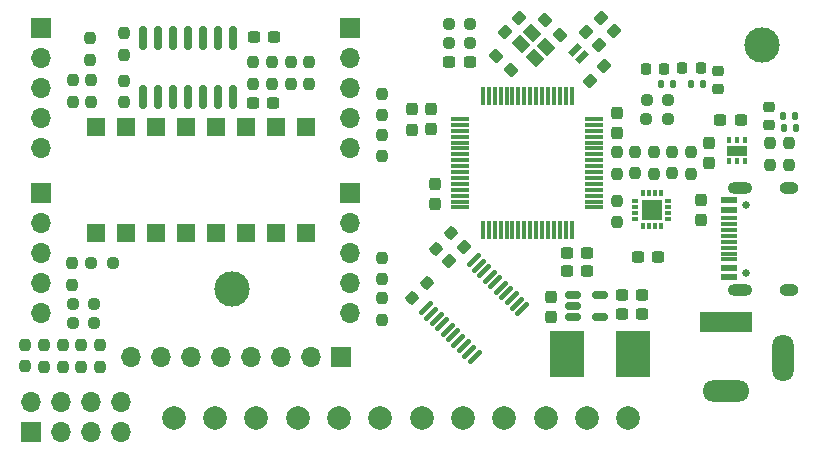
<source format=gts>
G04 #@! TF.GenerationSoftware,KiCad,Pcbnew,7.0.2-0*
G04 #@! TF.CreationDate,2023-05-18T00:20:32-05:00*
G04 #@! TF.ProjectId,spudglo_driver_v4p3,73707564-676c-46f5-9f64-72697665725f,rev?*
G04 #@! TF.SameCoordinates,Original*
G04 #@! TF.FileFunction,Soldermask,Top*
G04 #@! TF.FilePolarity,Negative*
%FSLAX46Y46*%
G04 Gerber Fmt 4.6, Leading zero omitted, Abs format (unit mm)*
G04 Created by KiCad (PCBNEW 7.0.2-0) date 2023-05-18 00:20:32*
%MOMM*%
%LPD*%
G01*
G04 APERTURE LIST*
G04 Aperture macros list*
%AMRoundRect*
0 Rectangle with rounded corners*
0 $1 Rounding radius*
0 $2 $3 $4 $5 $6 $7 $8 $9 X,Y pos of 4 corners*
0 Add a 4 corners polygon primitive as box body*
4,1,4,$2,$3,$4,$5,$6,$7,$8,$9,$2,$3,0*
0 Add four circle primitives for the rounded corners*
1,1,$1+$1,$2,$3*
1,1,$1+$1,$4,$5*
1,1,$1+$1,$6,$7*
1,1,$1+$1,$8,$9*
0 Add four rect primitives between the rounded corners*
20,1,$1+$1,$2,$3,$4,$5,0*
20,1,$1+$1,$4,$5,$6,$7,0*
20,1,$1+$1,$6,$7,$8,$9,0*
20,1,$1+$1,$8,$9,$2,$3,0*%
%AMRotRect*
0 Rectangle, with rotation*
0 The origin of the aperture is its center*
0 $1 length*
0 $2 width*
0 $3 Rotation angle, in degrees counterclockwise*
0 Add horizontal line*
21,1,$1,$2,0,0,$3*%
G04 Aperture macros list end*
%ADD10RoundRect,0.218750X-0.256250X0.218750X-0.256250X-0.218750X0.256250X-0.218750X0.256250X0.218750X0*%
%ADD11RoundRect,0.218750X0.256250X-0.218750X0.256250X0.218750X-0.256250X0.218750X-0.256250X-0.218750X0*%
%ADD12RoundRect,0.135000X-0.135000X-0.185000X0.135000X-0.185000X0.135000X0.185000X-0.135000X0.185000X0*%
%ADD13RoundRect,0.218750X0.218750X0.256250X-0.218750X0.256250X-0.218750X-0.256250X0.218750X-0.256250X0*%
%ADD14RoundRect,0.237500X-0.237500X0.250000X-0.237500X-0.250000X0.237500X-0.250000X0.237500X0.250000X0*%
%ADD15RoundRect,0.237500X0.250000X0.237500X-0.250000X0.237500X-0.250000X-0.237500X0.250000X-0.237500X0*%
%ADD16RoundRect,0.237500X-0.237500X0.300000X-0.237500X-0.300000X0.237500X-0.300000X0.237500X0.300000X0*%
%ADD17R,1.700000X1.700000*%
%ADD18O,1.700000X1.700000*%
%ADD19RotRect,0.575000X1.140000X135.000000*%
%ADD20RoundRect,0.075000X-0.075000X0.700000X-0.075000X-0.700000X0.075000X-0.700000X0.075000X0.700000X0*%
%ADD21RoundRect,0.075000X-0.700000X0.075000X-0.700000X-0.075000X0.700000X-0.075000X0.700000X0.075000X0*%
%ADD22RoundRect,0.237500X-0.300000X-0.237500X0.300000X-0.237500X0.300000X0.237500X-0.300000X0.237500X0*%
%ADD23RoundRect,0.237500X0.237500X-0.250000X0.237500X0.250000X-0.237500X0.250000X-0.237500X-0.250000X0*%
%ADD24RoundRect,0.237500X0.300000X0.237500X-0.300000X0.237500X-0.300000X-0.237500X0.300000X-0.237500X0*%
%ADD25R,1.500000X1.500000*%
%ADD26RoundRect,0.237500X-0.008839X-0.344715X0.344715X0.008839X0.008839X0.344715X-0.344715X-0.008839X0*%
%ADD27R,3.000000X4.000000*%
%ADD28RotRect,1.000000X1.200000X45.000000*%
%ADD29RoundRect,0.237500X0.237500X-0.300000X0.237500X0.300000X-0.237500X0.300000X-0.237500X-0.300000X0*%
%ADD30RoundRect,0.237500X-0.250000X-0.237500X0.250000X-0.237500X0.250000X0.237500X-0.250000X0.237500X0*%
%ADD31RoundRect,0.237500X-0.044194X-0.380070X0.380070X0.044194X0.044194X0.380070X-0.380070X-0.044194X0*%
%ADD32C,2.000000*%
%ADD33RoundRect,0.150000X-0.512500X-0.150000X0.512500X-0.150000X0.512500X0.150000X-0.512500X0.150000X0*%
%ADD34RoundRect,0.237500X-0.380070X0.044194X0.044194X-0.380070X0.380070X-0.044194X-0.044194X0.380070X0*%
%ADD35C,3.000000*%
%ADD36R,4.400000X1.800000*%
%ADD37O,4.000000X1.800000*%
%ADD38O,1.800000X4.000000*%
%ADD39C,0.650000*%
%ADD40R,1.450000X0.600000*%
%ADD41R,1.450000X0.300000*%
%ADD42O,2.100000X1.000000*%
%ADD43O,1.600000X1.000000*%
%ADD44R,0.625000X0.300000*%
%ADD45R,0.300000X0.625000*%
%ADD46RoundRect,0.237500X0.380070X-0.044194X-0.044194X0.380070X-0.380070X0.044194X0.044194X-0.380070X0*%
%ADD47R,0.400000X0.470000*%
%ADD48R,1.700000X0.950000*%
%ADD49RoundRect,0.100000X0.380070X0.521491X-0.521491X-0.380070X-0.380070X-0.521491X0.521491X0.380070X0*%
%ADD50RoundRect,0.150000X-0.150000X0.825000X-0.150000X-0.825000X0.150000X-0.825000X0.150000X0.825000X0*%
G04 APERTURE END LIST*
D10*
X258240000Y-53652500D03*
X258240000Y-55227500D03*
D11*
X262510000Y-58267500D03*
X262510000Y-56692500D03*
D12*
X255930000Y-54770000D03*
X256950000Y-54770000D03*
X253420000Y-54800000D03*
X254440000Y-54800000D03*
D13*
X253667500Y-53510000D03*
X252092500Y-53510000D03*
X256755000Y-53450000D03*
X255180000Y-53450000D03*
D14*
X205920000Y-76877500D03*
X205920000Y-78702500D03*
D15*
X206955000Y-69950000D03*
X205130000Y-69950000D03*
D16*
X244100000Y-72797500D03*
X244100000Y-74522500D03*
D17*
X200914000Y-64008000D03*
D18*
X200914000Y-66548000D03*
X200914000Y-69088000D03*
X200914000Y-71628000D03*
X200914000Y-74168000D03*
D19*
X246691682Y-52471682D03*
X246108318Y-51888318D03*
D20*
X245812000Y-55793000D03*
X245312000Y-55793000D03*
X244812000Y-55793000D03*
X244312000Y-55793000D03*
X243812000Y-55793000D03*
X243312000Y-55793000D03*
X242812000Y-55793000D03*
X242312000Y-55793000D03*
X241812000Y-55793000D03*
X241312000Y-55793000D03*
X240812000Y-55793000D03*
X240312000Y-55793000D03*
X239812000Y-55793000D03*
X239312000Y-55793000D03*
X238812000Y-55793000D03*
X238312000Y-55793000D03*
D21*
X236387000Y-57718000D03*
X236387000Y-58218000D03*
X236387000Y-58718000D03*
X236387000Y-59218000D03*
X236387000Y-59718000D03*
X236387000Y-60218000D03*
X236387000Y-60718000D03*
X236387000Y-61218000D03*
X236387000Y-61718000D03*
X236387000Y-62218000D03*
X236387000Y-62718000D03*
X236387000Y-63218000D03*
X236387000Y-63718000D03*
X236387000Y-64218000D03*
X236387000Y-64718000D03*
X236387000Y-65218000D03*
D20*
X238312000Y-67143000D03*
X238812000Y-67143000D03*
X239312000Y-67143000D03*
X239812000Y-67143000D03*
X240312000Y-67143000D03*
X240812000Y-67143000D03*
X241312000Y-67143000D03*
X241812000Y-67143000D03*
X242312000Y-67143000D03*
X242812000Y-67143000D03*
X243312000Y-67143000D03*
X243812000Y-67143000D03*
X244312000Y-67143000D03*
X244812000Y-67143000D03*
X245312000Y-67143000D03*
X245812000Y-67143000D03*
D21*
X247737000Y-65218000D03*
X247737000Y-64718000D03*
X247737000Y-64218000D03*
X247737000Y-63718000D03*
X247737000Y-63218000D03*
X247737000Y-62718000D03*
X247737000Y-62218000D03*
X247737000Y-61718000D03*
X247737000Y-61218000D03*
X247737000Y-60718000D03*
X247737000Y-60218000D03*
X247737000Y-59718000D03*
X247737000Y-59218000D03*
X247737000Y-58718000D03*
X247737000Y-58218000D03*
X247737000Y-57718000D03*
D22*
X218907500Y-50760000D03*
X220632500Y-50760000D03*
D23*
X205090000Y-56260000D03*
X205090000Y-54435000D03*
D24*
X237202500Y-52870000D03*
X235477500Y-52870000D03*
D17*
X226310000Y-77890000D03*
D18*
X223770000Y-77890000D03*
X221230000Y-77890000D03*
X218690000Y-77890000D03*
X216150000Y-77890000D03*
X213610000Y-77890000D03*
X211070000Y-77890000D03*
X208530000Y-77890000D03*
D22*
X251450000Y-69380000D03*
X253175000Y-69380000D03*
D24*
X260140000Y-57777500D03*
X258415000Y-57777500D03*
D25*
X205570000Y-67400000D03*
X208110000Y-67400000D03*
X210650000Y-67400000D03*
X213190000Y-67400000D03*
X215730000Y-67400000D03*
X218270000Y-67400000D03*
X220810000Y-67400000D03*
X223350000Y-67400000D03*
X223350000Y-58400000D03*
X220810000Y-58400000D03*
X218270000Y-58400000D03*
X215730000Y-58400000D03*
X213190000Y-58400000D03*
X210650000Y-58400000D03*
X208110000Y-58400000D03*
X205570000Y-58400000D03*
D17*
X227076000Y-50038000D03*
D18*
X227076000Y-52578000D03*
X227076000Y-55118000D03*
X227076000Y-57658000D03*
X227076000Y-60198000D03*
D14*
X229750000Y-69460000D03*
X229750000Y-71285000D03*
D26*
X232274765Y-72875235D03*
X233565235Y-71584765D03*
D27*
X251010000Y-77660000D03*
X245410000Y-77660000D03*
D22*
X250077500Y-74200000D03*
X251802500Y-74200000D03*
D28*
X241549340Y-51368579D03*
X242751421Y-52570660D03*
X243670660Y-51651421D03*
X242468579Y-50449340D03*
D23*
X249670000Y-66465000D03*
X249670000Y-64640000D03*
D15*
X205422500Y-74970000D03*
X203597500Y-74970000D03*
D29*
X233910000Y-58605000D03*
X233910000Y-56880000D03*
D23*
X223620000Y-54735000D03*
X223620000Y-52910000D03*
D14*
X203570000Y-54440000D03*
X203570000Y-56265000D03*
D23*
X229770000Y-74720000D03*
X229770000Y-72895000D03*
D29*
X234260000Y-64955000D03*
X234260000Y-63230000D03*
D30*
X252180000Y-56120000D03*
X254005000Y-56120000D03*
D14*
X204300000Y-76867500D03*
X204300000Y-78692500D03*
D24*
X247135000Y-69030000D03*
X245410000Y-69030000D03*
D31*
X247048318Y-50378318D03*
X248268078Y-49158558D03*
D15*
X253982500Y-57690000D03*
X252157500Y-57690000D03*
D17*
X200914000Y-50038000D03*
D18*
X200914000Y-52578000D03*
X200914000Y-55118000D03*
X200914000Y-57658000D03*
X200914000Y-60198000D03*
D15*
X237250000Y-51300000D03*
X235425000Y-51300000D03*
D32*
X212130000Y-83040000D03*
X215630000Y-83040000D03*
X219130000Y-83040000D03*
X222630000Y-83040000D03*
X226130000Y-83040000D03*
X229630000Y-83040000D03*
X233130000Y-83040000D03*
X236630000Y-83040000D03*
X240130000Y-83040000D03*
X243630000Y-83040000D03*
X247130000Y-83040000D03*
X250630000Y-83040000D03*
D14*
X203550000Y-69950000D03*
X203550000Y-71775000D03*
X251220000Y-60510000D03*
X251220000Y-62335000D03*
X207960000Y-54490000D03*
X207960000Y-56315000D03*
D33*
X245962500Y-72630000D03*
X245962500Y-73580000D03*
X245962500Y-74530000D03*
X248237500Y-74530000D03*
X248237500Y-72630000D03*
D31*
X240140240Y-50379760D03*
X241360000Y-49160000D03*
D34*
X239430240Y-52380240D03*
X240650000Y-53600000D03*
D17*
X200045000Y-84240000D03*
D18*
X200045000Y-81700000D03*
X202585000Y-84240000D03*
X202585000Y-81700000D03*
X205125000Y-84240000D03*
X205125000Y-81700000D03*
X207665000Y-84240000D03*
X207665000Y-81700000D03*
D23*
X218850000Y-54750000D03*
X218850000Y-52925000D03*
X207900000Y-52282500D03*
X207900000Y-50457500D03*
D12*
X263765000Y-58500000D03*
X264785000Y-58500000D03*
D14*
X255910000Y-60555000D03*
X255910000Y-62380000D03*
X252770000Y-60517500D03*
X252770000Y-62342500D03*
D23*
X262610000Y-61625000D03*
X262610000Y-59800000D03*
D35*
X217030000Y-72100000D03*
D23*
X229780000Y-60892500D03*
X229780000Y-59067500D03*
D14*
X205070000Y-50865000D03*
X205070000Y-52690000D03*
D36*
X258930000Y-74950000D03*
D37*
X258930000Y-80750000D03*
D38*
X263730000Y-77950000D03*
D16*
X249670000Y-57177500D03*
X249670000Y-58902500D03*
D26*
X234329530Y-68690470D03*
X235620000Y-67400000D03*
D35*
X261970000Y-51430000D03*
D39*
X260610000Y-70760000D03*
X260610000Y-64980000D03*
D40*
X259165000Y-71120000D03*
X259165000Y-70320000D03*
D41*
X259165000Y-69120000D03*
X259165000Y-68120000D03*
X259165000Y-67620000D03*
X259165000Y-66620000D03*
D40*
X259165000Y-65420000D03*
X259165000Y-64620000D03*
X259165000Y-64620000D03*
X259165000Y-65420000D03*
D41*
X259165000Y-66120000D03*
X259165000Y-67120000D03*
X259165000Y-68620000D03*
X259165000Y-69620000D03*
D40*
X259165000Y-70320000D03*
X259165000Y-71120000D03*
D42*
X260080000Y-72190000D03*
D43*
X264260000Y-72190000D03*
D42*
X260080000Y-63550000D03*
D43*
X264260000Y-63550000D03*
D22*
X250077500Y-72610000D03*
X251802500Y-72610000D03*
D23*
X220460000Y-54750000D03*
X220460000Y-52925000D03*
D17*
X227076000Y-64008000D03*
D18*
X227076000Y-66548000D03*
X227076000Y-69088000D03*
X227076000Y-71628000D03*
X227076000Y-74168000D03*
D24*
X247132500Y-70590000D03*
X245407500Y-70590000D03*
D15*
X205392500Y-73370000D03*
X203567500Y-73370000D03*
D44*
X253987500Y-66190000D03*
X253987500Y-65690000D03*
X253987500Y-65190000D03*
X253987500Y-64690000D03*
D45*
X253380000Y-64022500D03*
X252880000Y-64022500D03*
X252380000Y-64022500D03*
X251880000Y-64022500D03*
D44*
X251212500Y-64690000D03*
X251212500Y-65190000D03*
X251212500Y-65690000D03*
X251212500Y-66190000D03*
D45*
X251880000Y-66797500D03*
X252380000Y-66797500D03*
X252880000Y-66797500D03*
X253380000Y-66797500D03*
D17*
X252605000Y-65415000D03*
D31*
X248168318Y-51458318D03*
X249388078Y-50238558D03*
D14*
X249660000Y-60550000D03*
X249660000Y-62375000D03*
D29*
X256810000Y-66315000D03*
X256810000Y-64590000D03*
D22*
X218844999Y-56340000D03*
X220569999Y-56340000D03*
D46*
X244820000Y-50580000D03*
X243600240Y-49360240D03*
D14*
X229770000Y-55590000D03*
X229770000Y-57415000D03*
D30*
X235425000Y-49690000D03*
X237250000Y-49690000D03*
D29*
X232330000Y-58642500D03*
X232330000Y-56917500D03*
D14*
X254320000Y-60497500D03*
X254320000Y-62322500D03*
D31*
X247370120Y-54469880D03*
X248589880Y-53250120D03*
D47*
X259160000Y-61310000D03*
X259810000Y-61310000D03*
X260460000Y-61310000D03*
X260460000Y-59480000D03*
X259810000Y-59480000D03*
X259160000Y-59480000D03*
D48*
X259810000Y-60395000D03*
D49*
X241662380Y-73834194D03*
X241202761Y-73374575D03*
X240743142Y-72914955D03*
X240283522Y-72455336D03*
X239823903Y-71995717D03*
X239364283Y-71536097D03*
X238904664Y-71076478D03*
X238445045Y-70616858D03*
X237985425Y-70157239D03*
X237525806Y-69697620D03*
X233477620Y-73745806D03*
X233937239Y-74205425D03*
X234396858Y-74665045D03*
X234856478Y-75124664D03*
X235316097Y-75584283D03*
X235775717Y-76043903D03*
X236235336Y-76503522D03*
X236694955Y-76963142D03*
X237154575Y-77422761D03*
X237614194Y-77882380D03*
D14*
X202720000Y-76857500D03*
X202720000Y-78682500D03*
D50*
X217180000Y-50880000D03*
X215910000Y-50880000D03*
X214640000Y-50880000D03*
X213370000Y-50880000D03*
X212100000Y-50880000D03*
X210830000Y-50880000D03*
X209560000Y-50880000D03*
X209560000Y-55830000D03*
X210830000Y-55830000D03*
X212100000Y-55830000D03*
X213370000Y-55830000D03*
X214640000Y-55830000D03*
X215910000Y-55830000D03*
X217180000Y-55830000D03*
D23*
X222060000Y-54732500D03*
X222060000Y-52907500D03*
D29*
X257425000Y-61452500D03*
X257425000Y-59727500D03*
D23*
X264220000Y-61612500D03*
X264220000Y-59787500D03*
D14*
X199550000Y-76827500D03*
X199550000Y-78652500D03*
X201150000Y-76857500D03*
X201150000Y-78682500D03*
D31*
X235470000Y-69770000D03*
X236689760Y-68550240D03*
D12*
X263755000Y-57450000D03*
X264775000Y-57450000D03*
M02*

</source>
